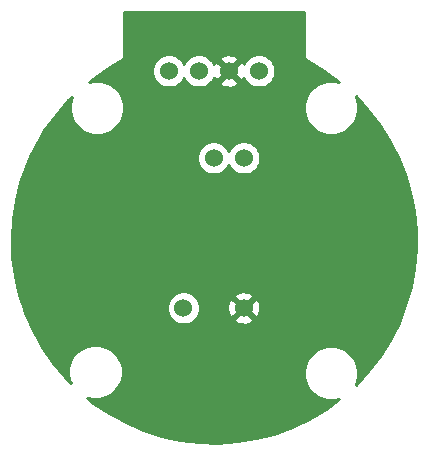
<source format=gbr>
G04 #@! TF.GenerationSoftware,KiCad,Pcbnew,(5.1.4)-1*
G04 #@! TF.CreationDate,2020-11-28T02:53:26-06:00*
G04 #@! TF.ProjectId,O2_Sensor_Hardware,4f325f53-656e-4736-9f72-5f4861726477,rev?*
G04 #@! TF.SameCoordinates,Original*
G04 #@! TF.FileFunction,Copper,L2,Bot*
G04 #@! TF.FilePolarity,Positive*
%FSLAX46Y46*%
G04 Gerber Fmt 4.6, Leading zero omitted, Abs format (unit mm)*
G04 Created by KiCad (PCBNEW (5.1.4)-1) date 2020-11-28 02:53:26*
%MOMM*%
%LPD*%
G04 APERTURE LIST*
%ADD10C,1.524000*%
%ADD11C,0.762000*%
%ADD12C,0.254000*%
G04 APERTURE END LIST*
D10*
X155562500Y-105093000D03*
X153012500Y-105093000D03*
X155562500Y-117793000D03*
X150462500Y-117793000D03*
X149225000Y-97726500D03*
X149225000Y-97726500D03*
X151765000Y-97726500D03*
X154305000Y-97726500D03*
X156845000Y-97726500D03*
D11*
X153012500Y-105093000D02*
X152972000Y-105093000D01*
X155562500Y-105080000D02*
X155562500Y-105093000D01*
D12*
G36*
X160629513Y-92735666D02*
G01*
X160630001Y-92740310D01*
X160630000Y-96361919D01*
X160639550Y-96458883D01*
X160677290Y-96583293D01*
X160738575Y-96697950D01*
X160821052Y-96798449D01*
X160921550Y-96880926D01*
X160967498Y-96905485D01*
X162374903Y-97729992D01*
X163626843Y-98631699D01*
X163612124Y-98625602D01*
X163167611Y-98537183D01*
X162714389Y-98537183D01*
X162269876Y-98625602D01*
X161851154Y-98799042D01*
X161474314Y-99050838D01*
X161153838Y-99371314D01*
X160902042Y-99748154D01*
X160728602Y-100166876D01*
X160640183Y-100611389D01*
X160640183Y-101064611D01*
X160728602Y-101509124D01*
X160902042Y-101927846D01*
X161153838Y-102304686D01*
X161474314Y-102625162D01*
X161851154Y-102876958D01*
X162269876Y-103050398D01*
X162714389Y-103138817D01*
X163167611Y-103138817D01*
X163612124Y-103050398D01*
X164030846Y-102876958D01*
X164407686Y-102625162D01*
X164728162Y-102304686D01*
X164979958Y-101927846D01*
X165153398Y-101509124D01*
X165241817Y-101064611D01*
X165241817Y-100611389D01*
X165153398Y-100166876D01*
X165033513Y-99877446D01*
X166006886Y-100905438D01*
X167000702Y-102175786D01*
X167870550Y-103534007D01*
X168608723Y-104968074D01*
X169208663Y-106465245D01*
X169665043Y-108012224D01*
X169973814Y-109595291D01*
X170132236Y-111200402D01*
X170138901Y-112813273D01*
X169993750Y-114419635D01*
X169698072Y-116005201D01*
X169254492Y-117555901D01*
X168666949Y-119057972D01*
X167940650Y-120498091D01*
X167082048Y-121863470D01*
X166098771Y-123141978D01*
X165027361Y-124292404D01*
X165153398Y-123988124D01*
X165241817Y-123543611D01*
X165241817Y-123090389D01*
X165153398Y-122645876D01*
X164979958Y-122227154D01*
X164728162Y-121850314D01*
X164407686Y-121529838D01*
X164030846Y-121278042D01*
X163612124Y-121104602D01*
X163167611Y-121016183D01*
X162714389Y-121016183D01*
X162269876Y-121104602D01*
X161851154Y-121278042D01*
X161474314Y-121529838D01*
X161153838Y-121850314D01*
X160902042Y-122227154D01*
X160728602Y-122645876D01*
X160640183Y-123090389D01*
X160640183Y-123543611D01*
X160728602Y-123988124D01*
X160902042Y-124406846D01*
X161153838Y-124783686D01*
X161474314Y-125104162D01*
X161851154Y-125355958D01*
X162269876Y-125529398D01*
X162714389Y-125617817D01*
X163167611Y-125617817D01*
X163608134Y-125530192D01*
X162493165Y-126347324D01*
X161108285Y-127174085D01*
X159651732Y-127866852D01*
X158136461Y-128419466D01*
X156575904Y-128827031D01*
X154983925Y-129085923D01*
X153374630Y-129193850D01*
X151762344Y-129149850D01*
X150161341Y-128954314D01*
X148585842Y-128608978D01*
X147049832Y-128116906D01*
X145566962Y-127482473D01*
X144150362Y-126711297D01*
X142812635Y-125810236D01*
X142299767Y-125389512D01*
X142330876Y-125402398D01*
X142775389Y-125490817D01*
X143228611Y-125490817D01*
X143673124Y-125402398D01*
X144091846Y-125228958D01*
X144468686Y-124977162D01*
X144789162Y-124656686D01*
X145040958Y-124279846D01*
X145214398Y-123861124D01*
X145302817Y-123416611D01*
X145302817Y-122963389D01*
X145214398Y-122518876D01*
X145040958Y-122100154D01*
X144789162Y-121723314D01*
X144468686Y-121402838D01*
X144091846Y-121151042D01*
X143673124Y-120977602D01*
X143228611Y-120889183D01*
X142775389Y-120889183D01*
X142330876Y-120977602D01*
X141912154Y-121151042D01*
X141535314Y-121402838D01*
X141214838Y-121723314D01*
X140963042Y-122100154D01*
X140789602Y-122518876D01*
X140701183Y-122963389D01*
X140701183Y-123416611D01*
X140789602Y-123861124D01*
X140899629Y-124126753D01*
X140420444Y-123651512D01*
X139387213Y-122413005D01*
X138475132Y-121082777D01*
X137692272Y-119672596D01*
X137045602Y-118195011D01*
X136867807Y-117655408D01*
X149065500Y-117655408D01*
X149065500Y-117930592D01*
X149119186Y-118200490D01*
X149224495Y-118454727D01*
X149377380Y-118683535D01*
X149571965Y-118878120D01*
X149800773Y-119031005D01*
X150055010Y-119136314D01*
X150324908Y-119190000D01*
X150600092Y-119190000D01*
X150869990Y-119136314D01*
X151124227Y-119031005D01*
X151353035Y-118878120D01*
X151472590Y-118758565D01*
X154776540Y-118758565D01*
X154843520Y-118998656D01*
X155092548Y-119115756D01*
X155359635Y-119182023D01*
X155634517Y-119194910D01*
X155906633Y-119153922D01*
X156165523Y-119060636D01*
X156281480Y-118998656D01*
X156348460Y-118758565D01*
X155562500Y-117972605D01*
X154776540Y-118758565D01*
X151472590Y-118758565D01*
X151547620Y-118683535D01*
X151700505Y-118454727D01*
X151805814Y-118200490D01*
X151859500Y-117930592D01*
X151859500Y-117865017D01*
X154160590Y-117865017D01*
X154201578Y-118137133D01*
X154294864Y-118396023D01*
X154356844Y-118511980D01*
X154596935Y-118578960D01*
X155382895Y-117793000D01*
X155742105Y-117793000D01*
X156528065Y-118578960D01*
X156768156Y-118511980D01*
X156885256Y-118262952D01*
X156951523Y-117995865D01*
X156964410Y-117720983D01*
X156923422Y-117448867D01*
X156830136Y-117189977D01*
X156768156Y-117074020D01*
X156528065Y-117007040D01*
X155742105Y-117793000D01*
X155382895Y-117793000D01*
X154596935Y-117007040D01*
X154356844Y-117074020D01*
X154239744Y-117323048D01*
X154173477Y-117590135D01*
X154160590Y-117865017D01*
X151859500Y-117865017D01*
X151859500Y-117655408D01*
X151805814Y-117385510D01*
X151700505Y-117131273D01*
X151547620Y-116902465D01*
X151472590Y-116827435D01*
X154776540Y-116827435D01*
X155562500Y-117613395D01*
X156348460Y-116827435D01*
X156281480Y-116587344D01*
X156032452Y-116470244D01*
X155765365Y-116403977D01*
X155490483Y-116391090D01*
X155218367Y-116432078D01*
X154959477Y-116525364D01*
X154843520Y-116587344D01*
X154776540Y-116827435D01*
X151472590Y-116827435D01*
X151353035Y-116707880D01*
X151124227Y-116554995D01*
X150869990Y-116449686D01*
X150600092Y-116396000D01*
X150324908Y-116396000D01*
X150055010Y-116449686D01*
X149800773Y-116554995D01*
X149571965Y-116707880D01*
X149377380Y-116902465D01*
X149224495Y-117131273D01*
X149119186Y-117385510D01*
X149065500Y-117655408D01*
X136867807Y-117655408D01*
X136540857Y-116663132D01*
X136182511Y-115090535D01*
X135973751Y-113491214D01*
X135916428Y-111879329D01*
X136011050Y-110269209D01*
X136256776Y-108675150D01*
X136651429Y-107111276D01*
X137191506Y-105591479D01*
X137487614Y-104955408D01*
X151615500Y-104955408D01*
X151615500Y-105230592D01*
X151669186Y-105500490D01*
X151774495Y-105754727D01*
X151927380Y-105983535D01*
X152121965Y-106178120D01*
X152350773Y-106331005D01*
X152605010Y-106436314D01*
X152874908Y-106490000D01*
X153150092Y-106490000D01*
X153419990Y-106436314D01*
X153674227Y-106331005D01*
X153903035Y-106178120D01*
X154097620Y-105983535D01*
X154250505Y-105754727D01*
X154287500Y-105665414D01*
X154324495Y-105754727D01*
X154477380Y-105983535D01*
X154671965Y-106178120D01*
X154900773Y-106331005D01*
X155155010Y-106436314D01*
X155424908Y-106490000D01*
X155700092Y-106490000D01*
X155969990Y-106436314D01*
X156224227Y-106331005D01*
X156453035Y-106178120D01*
X156647620Y-105983535D01*
X156800505Y-105754727D01*
X156905814Y-105500490D01*
X156959500Y-105230592D01*
X156959500Y-104955408D01*
X156905814Y-104685510D01*
X156800505Y-104431273D01*
X156647620Y-104202465D01*
X156453035Y-104007880D01*
X156224227Y-103854995D01*
X155969990Y-103749686D01*
X155700092Y-103696000D01*
X155424908Y-103696000D01*
X155155010Y-103749686D01*
X154900773Y-103854995D01*
X154671965Y-104007880D01*
X154477380Y-104202465D01*
X154324495Y-104431273D01*
X154287500Y-104520586D01*
X154250505Y-104431273D01*
X154097620Y-104202465D01*
X153903035Y-104007880D01*
X153674227Y-103854995D01*
X153419990Y-103749686D01*
X153150092Y-103696000D01*
X152874908Y-103696000D01*
X152605010Y-103749686D01*
X152350773Y-103854995D01*
X152121965Y-104007880D01*
X151927380Y-104202465D01*
X151774495Y-104431273D01*
X151669186Y-104685510D01*
X151615500Y-104955408D01*
X137487614Y-104955408D01*
X137872210Y-104129257D01*
X138687492Y-102737597D01*
X139630136Y-101428819D01*
X140691756Y-100214570D01*
X141029190Y-99895064D01*
X140916602Y-100166876D01*
X140828183Y-100611389D01*
X140828183Y-101064611D01*
X140916602Y-101509124D01*
X141090042Y-101927846D01*
X141341838Y-102304686D01*
X141662314Y-102625162D01*
X142039154Y-102876958D01*
X142457876Y-103050398D01*
X142902389Y-103138817D01*
X143355611Y-103138817D01*
X143800124Y-103050398D01*
X144218846Y-102876958D01*
X144595686Y-102625162D01*
X144916162Y-102304686D01*
X145167958Y-101927846D01*
X145341398Y-101509124D01*
X145429817Y-101064611D01*
X145429817Y-100611389D01*
X145341398Y-100166876D01*
X145167958Y-99748154D01*
X144916162Y-99371314D01*
X144595686Y-99050838D01*
X144218846Y-98799042D01*
X143800124Y-98625602D01*
X143355611Y-98537183D01*
X142902389Y-98537183D01*
X142482869Y-98620631D01*
X143133286Y-98111798D01*
X143949751Y-97588908D01*
X147828000Y-97588908D01*
X147828000Y-97864092D01*
X147881686Y-98133990D01*
X147986995Y-98388227D01*
X148139880Y-98617035D01*
X148334465Y-98811620D01*
X148563273Y-98964505D01*
X148817510Y-99069814D01*
X149087408Y-99123500D01*
X149362592Y-99123500D01*
X149632490Y-99069814D01*
X149886727Y-98964505D01*
X150115535Y-98811620D01*
X150310120Y-98617035D01*
X150463005Y-98388227D01*
X150495000Y-98310985D01*
X150526995Y-98388227D01*
X150679880Y-98617035D01*
X150874465Y-98811620D01*
X151103273Y-98964505D01*
X151357510Y-99069814D01*
X151627408Y-99123500D01*
X151902592Y-99123500D01*
X152172490Y-99069814D01*
X152426727Y-98964505D01*
X152655535Y-98811620D01*
X152775090Y-98692065D01*
X153519040Y-98692065D01*
X153586020Y-98932156D01*
X153835048Y-99049256D01*
X154102135Y-99115523D01*
X154377017Y-99128410D01*
X154649133Y-99087422D01*
X154908023Y-98994136D01*
X155023980Y-98932156D01*
X155090960Y-98692065D01*
X154305000Y-97906105D01*
X153519040Y-98692065D01*
X152775090Y-98692065D01*
X152850120Y-98617035D01*
X153003005Y-98388227D01*
X153032692Y-98316557D01*
X153037364Y-98329523D01*
X153099344Y-98445480D01*
X153339435Y-98512460D01*
X154125395Y-97726500D01*
X154484605Y-97726500D01*
X155270565Y-98512460D01*
X155510656Y-98445480D01*
X155574485Y-98309740D01*
X155606995Y-98388227D01*
X155759880Y-98617035D01*
X155954465Y-98811620D01*
X156183273Y-98964505D01*
X156437510Y-99069814D01*
X156707408Y-99123500D01*
X156982592Y-99123500D01*
X157252490Y-99069814D01*
X157506727Y-98964505D01*
X157735535Y-98811620D01*
X157930120Y-98617035D01*
X158083005Y-98388227D01*
X158188314Y-98133990D01*
X158242000Y-97864092D01*
X158242000Y-97588908D01*
X158188314Y-97319010D01*
X158083005Y-97064773D01*
X157930120Y-96835965D01*
X157735535Y-96641380D01*
X157506727Y-96488495D01*
X157252490Y-96383186D01*
X156982592Y-96329500D01*
X156707408Y-96329500D01*
X156437510Y-96383186D01*
X156183273Y-96488495D01*
X155954465Y-96641380D01*
X155759880Y-96835965D01*
X155606995Y-97064773D01*
X155577308Y-97136443D01*
X155572636Y-97123477D01*
X155510656Y-97007520D01*
X155270565Y-96940540D01*
X154484605Y-97726500D01*
X154125395Y-97726500D01*
X153339435Y-96940540D01*
X153099344Y-97007520D01*
X153035515Y-97143260D01*
X153003005Y-97064773D01*
X152850120Y-96835965D01*
X152775090Y-96760935D01*
X153519040Y-96760935D01*
X154305000Y-97546895D01*
X155090960Y-96760935D01*
X155023980Y-96520844D01*
X154774952Y-96403744D01*
X154507865Y-96337477D01*
X154232983Y-96324590D01*
X153960867Y-96365578D01*
X153701977Y-96458864D01*
X153586020Y-96520844D01*
X153519040Y-96760935D01*
X152775090Y-96760935D01*
X152655535Y-96641380D01*
X152426727Y-96488495D01*
X152172490Y-96383186D01*
X151902592Y-96329500D01*
X151627408Y-96329500D01*
X151357510Y-96383186D01*
X151103273Y-96488495D01*
X150874465Y-96641380D01*
X150679880Y-96835965D01*
X150526995Y-97064773D01*
X150495000Y-97142015D01*
X150463005Y-97064773D01*
X150310120Y-96835965D01*
X150115535Y-96641380D01*
X149886727Y-96488495D01*
X149632490Y-96383186D01*
X149362592Y-96329500D01*
X149087408Y-96329500D01*
X148817510Y-96383186D01*
X148563273Y-96488495D01*
X148334465Y-96641380D01*
X148139880Y-96835965D01*
X147986995Y-97064773D01*
X147881686Y-97319010D01*
X147828000Y-97588908D01*
X143949751Y-97588908D01*
X144499094Y-97237092D01*
X145094687Y-96909662D01*
X145148451Y-96880925D01*
X145248949Y-96798448D01*
X145331426Y-96697950D01*
X145392711Y-96583293D01*
X145430451Y-96458883D01*
X145440001Y-96361919D01*
X145439999Y-92742285D01*
X145440666Y-92735487D01*
X145445301Y-92735000D01*
X160622725Y-92735000D01*
X160629513Y-92735666D01*
X160629513Y-92735666D01*
G37*
X160629513Y-92735666D02*
X160630001Y-92740310D01*
X160630000Y-96361919D01*
X160639550Y-96458883D01*
X160677290Y-96583293D01*
X160738575Y-96697950D01*
X160821052Y-96798449D01*
X160921550Y-96880926D01*
X160967498Y-96905485D01*
X162374903Y-97729992D01*
X163626843Y-98631699D01*
X163612124Y-98625602D01*
X163167611Y-98537183D01*
X162714389Y-98537183D01*
X162269876Y-98625602D01*
X161851154Y-98799042D01*
X161474314Y-99050838D01*
X161153838Y-99371314D01*
X160902042Y-99748154D01*
X160728602Y-100166876D01*
X160640183Y-100611389D01*
X160640183Y-101064611D01*
X160728602Y-101509124D01*
X160902042Y-101927846D01*
X161153838Y-102304686D01*
X161474314Y-102625162D01*
X161851154Y-102876958D01*
X162269876Y-103050398D01*
X162714389Y-103138817D01*
X163167611Y-103138817D01*
X163612124Y-103050398D01*
X164030846Y-102876958D01*
X164407686Y-102625162D01*
X164728162Y-102304686D01*
X164979958Y-101927846D01*
X165153398Y-101509124D01*
X165241817Y-101064611D01*
X165241817Y-100611389D01*
X165153398Y-100166876D01*
X165033513Y-99877446D01*
X166006886Y-100905438D01*
X167000702Y-102175786D01*
X167870550Y-103534007D01*
X168608723Y-104968074D01*
X169208663Y-106465245D01*
X169665043Y-108012224D01*
X169973814Y-109595291D01*
X170132236Y-111200402D01*
X170138901Y-112813273D01*
X169993750Y-114419635D01*
X169698072Y-116005201D01*
X169254492Y-117555901D01*
X168666949Y-119057972D01*
X167940650Y-120498091D01*
X167082048Y-121863470D01*
X166098771Y-123141978D01*
X165027361Y-124292404D01*
X165153398Y-123988124D01*
X165241817Y-123543611D01*
X165241817Y-123090389D01*
X165153398Y-122645876D01*
X164979958Y-122227154D01*
X164728162Y-121850314D01*
X164407686Y-121529838D01*
X164030846Y-121278042D01*
X163612124Y-121104602D01*
X163167611Y-121016183D01*
X162714389Y-121016183D01*
X162269876Y-121104602D01*
X161851154Y-121278042D01*
X161474314Y-121529838D01*
X161153838Y-121850314D01*
X160902042Y-122227154D01*
X160728602Y-122645876D01*
X160640183Y-123090389D01*
X160640183Y-123543611D01*
X160728602Y-123988124D01*
X160902042Y-124406846D01*
X161153838Y-124783686D01*
X161474314Y-125104162D01*
X161851154Y-125355958D01*
X162269876Y-125529398D01*
X162714389Y-125617817D01*
X163167611Y-125617817D01*
X163608134Y-125530192D01*
X162493165Y-126347324D01*
X161108285Y-127174085D01*
X159651732Y-127866852D01*
X158136461Y-128419466D01*
X156575904Y-128827031D01*
X154983925Y-129085923D01*
X153374630Y-129193850D01*
X151762344Y-129149850D01*
X150161341Y-128954314D01*
X148585842Y-128608978D01*
X147049832Y-128116906D01*
X145566962Y-127482473D01*
X144150362Y-126711297D01*
X142812635Y-125810236D01*
X142299767Y-125389512D01*
X142330876Y-125402398D01*
X142775389Y-125490817D01*
X143228611Y-125490817D01*
X143673124Y-125402398D01*
X144091846Y-125228958D01*
X144468686Y-124977162D01*
X144789162Y-124656686D01*
X145040958Y-124279846D01*
X145214398Y-123861124D01*
X145302817Y-123416611D01*
X145302817Y-122963389D01*
X145214398Y-122518876D01*
X145040958Y-122100154D01*
X144789162Y-121723314D01*
X144468686Y-121402838D01*
X144091846Y-121151042D01*
X143673124Y-120977602D01*
X143228611Y-120889183D01*
X142775389Y-120889183D01*
X142330876Y-120977602D01*
X141912154Y-121151042D01*
X141535314Y-121402838D01*
X141214838Y-121723314D01*
X140963042Y-122100154D01*
X140789602Y-122518876D01*
X140701183Y-122963389D01*
X140701183Y-123416611D01*
X140789602Y-123861124D01*
X140899629Y-124126753D01*
X140420444Y-123651512D01*
X139387213Y-122413005D01*
X138475132Y-121082777D01*
X137692272Y-119672596D01*
X137045602Y-118195011D01*
X136867807Y-117655408D01*
X149065500Y-117655408D01*
X149065500Y-117930592D01*
X149119186Y-118200490D01*
X149224495Y-118454727D01*
X149377380Y-118683535D01*
X149571965Y-118878120D01*
X149800773Y-119031005D01*
X150055010Y-119136314D01*
X150324908Y-119190000D01*
X150600092Y-119190000D01*
X150869990Y-119136314D01*
X151124227Y-119031005D01*
X151353035Y-118878120D01*
X151472590Y-118758565D01*
X154776540Y-118758565D01*
X154843520Y-118998656D01*
X155092548Y-119115756D01*
X155359635Y-119182023D01*
X155634517Y-119194910D01*
X155906633Y-119153922D01*
X156165523Y-119060636D01*
X156281480Y-118998656D01*
X156348460Y-118758565D01*
X155562500Y-117972605D01*
X154776540Y-118758565D01*
X151472590Y-118758565D01*
X151547620Y-118683535D01*
X151700505Y-118454727D01*
X151805814Y-118200490D01*
X151859500Y-117930592D01*
X151859500Y-117865017D01*
X154160590Y-117865017D01*
X154201578Y-118137133D01*
X154294864Y-118396023D01*
X154356844Y-118511980D01*
X154596935Y-118578960D01*
X155382895Y-117793000D01*
X155742105Y-117793000D01*
X156528065Y-118578960D01*
X156768156Y-118511980D01*
X156885256Y-118262952D01*
X156951523Y-117995865D01*
X156964410Y-117720983D01*
X156923422Y-117448867D01*
X156830136Y-117189977D01*
X156768156Y-117074020D01*
X156528065Y-117007040D01*
X155742105Y-117793000D01*
X155382895Y-117793000D01*
X154596935Y-117007040D01*
X154356844Y-117074020D01*
X154239744Y-117323048D01*
X154173477Y-117590135D01*
X154160590Y-117865017D01*
X151859500Y-117865017D01*
X151859500Y-117655408D01*
X151805814Y-117385510D01*
X151700505Y-117131273D01*
X151547620Y-116902465D01*
X151472590Y-116827435D01*
X154776540Y-116827435D01*
X155562500Y-117613395D01*
X156348460Y-116827435D01*
X156281480Y-116587344D01*
X156032452Y-116470244D01*
X155765365Y-116403977D01*
X155490483Y-116391090D01*
X155218367Y-116432078D01*
X154959477Y-116525364D01*
X154843520Y-116587344D01*
X154776540Y-116827435D01*
X151472590Y-116827435D01*
X151353035Y-116707880D01*
X151124227Y-116554995D01*
X150869990Y-116449686D01*
X150600092Y-116396000D01*
X150324908Y-116396000D01*
X150055010Y-116449686D01*
X149800773Y-116554995D01*
X149571965Y-116707880D01*
X149377380Y-116902465D01*
X149224495Y-117131273D01*
X149119186Y-117385510D01*
X149065500Y-117655408D01*
X136867807Y-117655408D01*
X136540857Y-116663132D01*
X136182511Y-115090535D01*
X135973751Y-113491214D01*
X135916428Y-111879329D01*
X136011050Y-110269209D01*
X136256776Y-108675150D01*
X136651429Y-107111276D01*
X137191506Y-105591479D01*
X137487614Y-104955408D01*
X151615500Y-104955408D01*
X151615500Y-105230592D01*
X151669186Y-105500490D01*
X151774495Y-105754727D01*
X151927380Y-105983535D01*
X152121965Y-106178120D01*
X152350773Y-106331005D01*
X152605010Y-106436314D01*
X152874908Y-106490000D01*
X153150092Y-106490000D01*
X153419990Y-106436314D01*
X153674227Y-106331005D01*
X153903035Y-106178120D01*
X154097620Y-105983535D01*
X154250505Y-105754727D01*
X154287500Y-105665414D01*
X154324495Y-105754727D01*
X154477380Y-105983535D01*
X154671965Y-106178120D01*
X154900773Y-106331005D01*
X155155010Y-106436314D01*
X155424908Y-106490000D01*
X155700092Y-106490000D01*
X155969990Y-106436314D01*
X156224227Y-106331005D01*
X156453035Y-106178120D01*
X156647620Y-105983535D01*
X156800505Y-105754727D01*
X156905814Y-105500490D01*
X156959500Y-105230592D01*
X156959500Y-104955408D01*
X156905814Y-104685510D01*
X156800505Y-104431273D01*
X156647620Y-104202465D01*
X156453035Y-104007880D01*
X156224227Y-103854995D01*
X155969990Y-103749686D01*
X155700092Y-103696000D01*
X155424908Y-103696000D01*
X155155010Y-103749686D01*
X154900773Y-103854995D01*
X154671965Y-104007880D01*
X154477380Y-104202465D01*
X154324495Y-104431273D01*
X154287500Y-104520586D01*
X154250505Y-104431273D01*
X154097620Y-104202465D01*
X153903035Y-104007880D01*
X153674227Y-103854995D01*
X153419990Y-103749686D01*
X153150092Y-103696000D01*
X152874908Y-103696000D01*
X152605010Y-103749686D01*
X152350773Y-103854995D01*
X152121965Y-104007880D01*
X151927380Y-104202465D01*
X151774495Y-104431273D01*
X151669186Y-104685510D01*
X151615500Y-104955408D01*
X137487614Y-104955408D01*
X137872210Y-104129257D01*
X138687492Y-102737597D01*
X139630136Y-101428819D01*
X140691756Y-100214570D01*
X141029190Y-99895064D01*
X140916602Y-100166876D01*
X140828183Y-100611389D01*
X140828183Y-101064611D01*
X140916602Y-101509124D01*
X141090042Y-101927846D01*
X141341838Y-102304686D01*
X141662314Y-102625162D01*
X142039154Y-102876958D01*
X142457876Y-103050398D01*
X142902389Y-103138817D01*
X143355611Y-103138817D01*
X143800124Y-103050398D01*
X144218846Y-102876958D01*
X144595686Y-102625162D01*
X144916162Y-102304686D01*
X145167958Y-101927846D01*
X145341398Y-101509124D01*
X145429817Y-101064611D01*
X145429817Y-100611389D01*
X145341398Y-100166876D01*
X145167958Y-99748154D01*
X144916162Y-99371314D01*
X144595686Y-99050838D01*
X144218846Y-98799042D01*
X143800124Y-98625602D01*
X143355611Y-98537183D01*
X142902389Y-98537183D01*
X142482869Y-98620631D01*
X143133286Y-98111798D01*
X143949751Y-97588908D01*
X147828000Y-97588908D01*
X147828000Y-97864092D01*
X147881686Y-98133990D01*
X147986995Y-98388227D01*
X148139880Y-98617035D01*
X148334465Y-98811620D01*
X148563273Y-98964505D01*
X148817510Y-99069814D01*
X149087408Y-99123500D01*
X149362592Y-99123500D01*
X149632490Y-99069814D01*
X149886727Y-98964505D01*
X150115535Y-98811620D01*
X150310120Y-98617035D01*
X150463005Y-98388227D01*
X150495000Y-98310985D01*
X150526995Y-98388227D01*
X150679880Y-98617035D01*
X150874465Y-98811620D01*
X151103273Y-98964505D01*
X151357510Y-99069814D01*
X151627408Y-99123500D01*
X151902592Y-99123500D01*
X152172490Y-99069814D01*
X152426727Y-98964505D01*
X152655535Y-98811620D01*
X152775090Y-98692065D01*
X153519040Y-98692065D01*
X153586020Y-98932156D01*
X153835048Y-99049256D01*
X154102135Y-99115523D01*
X154377017Y-99128410D01*
X154649133Y-99087422D01*
X154908023Y-98994136D01*
X155023980Y-98932156D01*
X155090960Y-98692065D01*
X154305000Y-97906105D01*
X153519040Y-98692065D01*
X152775090Y-98692065D01*
X152850120Y-98617035D01*
X153003005Y-98388227D01*
X153032692Y-98316557D01*
X153037364Y-98329523D01*
X153099344Y-98445480D01*
X153339435Y-98512460D01*
X154125395Y-97726500D01*
X154484605Y-97726500D01*
X155270565Y-98512460D01*
X155510656Y-98445480D01*
X155574485Y-98309740D01*
X155606995Y-98388227D01*
X155759880Y-98617035D01*
X155954465Y-98811620D01*
X156183273Y-98964505D01*
X156437510Y-99069814D01*
X156707408Y-99123500D01*
X156982592Y-99123500D01*
X157252490Y-99069814D01*
X157506727Y-98964505D01*
X157735535Y-98811620D01*
X157930120Y-98617035D01*
X158083005Y-98388227D01*
X158188314Y-98133990D01*
X158242000Y-97864092D01*
X158242000Y-97588908D01*
X158188314Y-97319010D01*
X158083005Y-97064773D01*
X157930120Y-96835965D01*
X157735535Y-96641380D01*
X157506727Y-96488495D01*
X157252490Y-96383186D01*
X156982592Y-96329500D01*
X156707408Y-96329500D01*
X156437510Y-96383186D01*
X156183273Y-96488495D01*
X155954465Y-96641380D01*
X155759880Y-96835965D01*
X155606995Y-97064773D01*
X155577308Y-97136443D01*
X155572636Y-97123477D01*
X155510656Y-97007520D01*
X155270565Y-96940540D01*
X154484605Y-97726500D01*
X154125395Y-97726500D01*
X153339435Y-96940540D01*
X153099344Y-97007520D01*
X153035515Y-97143260D01*
X153003005Y-97064773D01*
X152850120Y-96835965D01*
X152775090Y-96760935D01*
X153519040Y-96760935D01*
X154305000Y-97546895D01*
X155090960Y-96760935D01*
X155023980Y-96520844D01*
X154774952Y-96403744D01*
X154507865Y-96337477D01*
X154232983Y-96324590D01*
X153960867Y-96365578D01*
X153701977Y-96458864D01*
X153586020Y-96520844D01*
X153519040Y-96760935D01*
X152775090Y-96760935D01*
X152655535Y-96641380D01*
X152426727Y-96488495D01*
X152172490Y-96383186D01*
X151902592Y-96329500D01*
X151627408Y-96329500D01*
X151357510Y-96383186D01*
X151103273Y-96488495D01*
X150874465Y-96641380D01*
X150679880Y-96835965D01*
X150526995Y-97064773D01*
X150495000Y-97142015D01*
X150463005Y-97064773D01*
X150310120Y-96835965D01*
X150115535Y-96641380D01*
X149886727Y-96488495D01*
X149632490Y-96383186D01*
X149362592Y-96329500D01*
X149087408Y-96329500D01*
X148817510Y-96383186D01*
X148563273Y-96488495D01*
X148334465Y-96641380D01*
X148139880Y-96835965D01*
X147986995Y-97064773D01*
X147881686Y-97319010D01*
X147828000Y-97588908D01*
X143949751Y-97588908D01*
X144499094Y-97237092D01*
X145094687Y-96909662D01*
X145148451Y-96880925D01*
X145248949Y-96798448D01*
X145331426Y-96697950D01*
X145392711Y-96583293D01*
X145430451Y-96458883D01*
X145440001Y-96361919D01*
X145439999Y-92742285D01*
X145440666Y-92735487D01*
X145445301Y-92735000D01*
X160622725Y-92735000D01*
X160629513Y-92735666D01*
M02*

</source>
